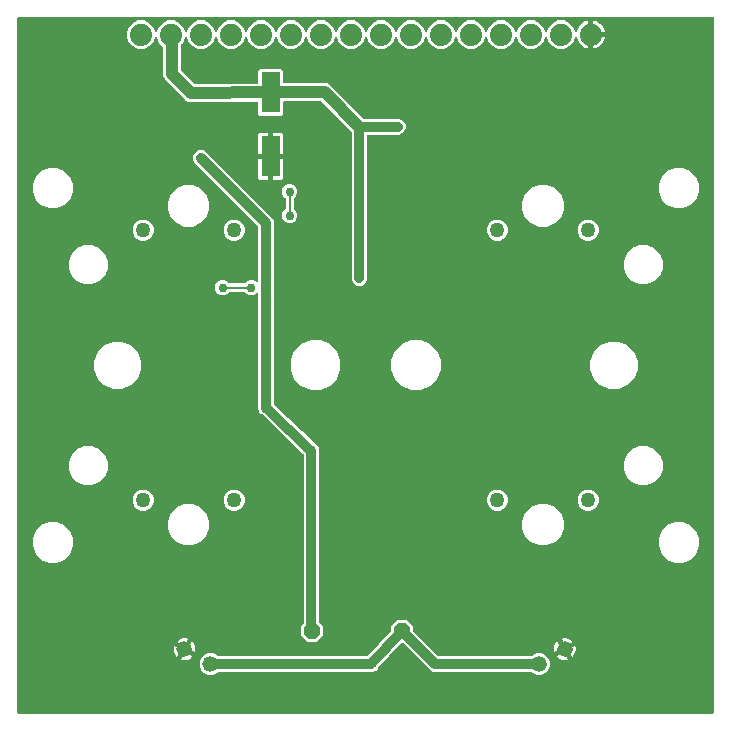
<source format=gbr>
G04 EAGLE Gerber X2 export*
%TF.Part,Single*%
%TF.FileFunction,Copper,L2,Bot,Mixed*%
%TF.FilePolarity,Positive*%
%TF.GenerationSoftware,Autodesk,EAGLE,9.0.0*%
%TF.CreationDate,2018-09-03T19:42:11Z*%
G75*
%MOMM*%
%FSLAX34Y34*%
%LPD*%
%AMOC8*
5,1,8,0,0,1.08239X$1,22.5*%
G01*
%ADD10C,1.270000*%
%ADD11C,1.879600*%
%ADD12R,1.600000X3.500000*%
%ADD13C,1.320800*%
%ADD14P,1.429621X8X22.500000*%
%ADD15C,0.756400*%
%ADD16C,0.203200*%
%ADD17C,0.812800*%
%ADD18C,1.016000*%
%ADD19C,0.508000*%

G36*
X593962Y5089D02*
X593962Y5089D01*
X594020Y5087D01*
X594102Y5109D01*
X594186Y5121D01*
X594239Y5144D01*
X594295Y5159D01*
X594368Y5202D01*
X594445Y5237D01*
X594490Y5275D01*
X594540Y5304D01*
X594598Y5366D01*
X594662Y5420D01*
X594694Y5469D01*
X594734Y5512D01*
X594773Y5587D01*
X594820Y5657D01*
X594837Y5713D01*
X594864Y5765D01*
X594875Y5833D01*
X594905Y5928D01*
X594908Y6028D01*
X594919Y6096D01*
X594919Y593904D01*
X594911Y593962D01*
X594913Y594020D01*
X594891Y594102D01*
X594879Y594186D01*
X594856Y594239D01*
X594841Y594295D01*
X594798Y594368D01*
X594763Y594445D01*
X594725Y594490D01*
X594696Y594540D01*
X594634Y594598D01*
X594580Y594662D01*
X594531Y594694D01*
X594488Y594734D01*
X594413Y594773D01*
X594343Y594820D01*
X594287Y594837D01*
X594235Y594864D01*
X594167Y594875D01*
X594072Y594905D01*
X593972Y594908D01*
X593904Y594919D01*
X6096Y594919D01*
X6038Y594911D01*
X5980Y594913D01*
X5898Y594891D01*
X5814Y594879D01*
X5761Y594856D01*
X5705Y594841D01*
X5632Y594798D01*
X5555Y594763D01*
X5510Y594725D01*
X5460Y594696D01*
X5402Y594634D01*
X5338Y594580D01*
X5306Y594531D01*
X5266Y594488D01*
X5227Y594413D01*
X5180Y594343D01*
X5163Y594287D01*
X5136Y594235D01*
X5125Y594167D01*
X5095Y594072D01*
X5092Y593972D01*
X5081Y593904D01*
X5081Y6096D01*
X5089Y6038D01*
X5087Y5980D01*
X5109Y5898D01*
X5121Y5814D01*
X5144Y5761D01*
X5159Y5705D01*
X5202Y5632D01*
X5237Y5555D01*
X5275Y5510D01*
X5304Y5460D01*
X5366Y5402D01*
X5420Y5338D01*
X5469Y5306D01*
X5512Y5266D01*
X5587Y5227D01*
X5657Y5180D01*
X5713Y5163D01*
X5765Y5136D01*
X5833Y5125D01*
X5928Y5095D01*
X6028Y5092D01*
X6096Y5081D01*
X593904Y5081D01*
X593962Y5089D01*
G37*
%LPC*%
G36*
X293326Y367283D02*
X293326Y367283D01*
X290899Y368289D01*
X289041Y370147D01*
X288035Y372574D01*
X288035Y497311D01*
X288023Y497397D01*
X288020Y497485D01*
X288003Y497538D01*
X287995Y497592D01*
X287960Y497672D01*
X287933Y497755D01*
X287905Y497795D01*
X287879Y497852D01*
X287783Y497965D01*
X287738Y498029D01*
X262749Y523018D01*
X262679Y523070D01*
X262615Y523130D01*
X262566Y523156D01*
X262522Y523189D01*
X262440Y523220D01*
X262362Y523260D01*
X262314Y523268D01*
X262256Y523290D01*
X262108Y523302D01*
X262031Y523315D01*
X231012Y523315D01*
X230954Y523307D01*
X230896Y523309D01*
X230814Y523287D01*
X230730Y523275D01*
X230677Y523252D01*
X230621Y523237D01*
X230548Y523194D01*
X230471Y523159D01*
X230426Y523121D01*
X230376Y523092D01*
X230318Y523030D01*
X230254Y522976D01*
X230222Y522927D01*
X230182Y522884D01*
X230143Y522809D01*
X230096Y522739D01*
X230079Y522683D01*
X230052Y522631D01*
X230041Y522563D01*
X230011Y522468D01*
X230008Y522368D01*
X229997Y522300D01*
X229997Y512384D01*
X228508Y510895D01*
X210404Y510895D01*
X208915Y512384D01*
X208915Y522199D01*
X208906Y522261D01*
X208908Y522324D01*
X208887Y522401D01*
X208875Y522481D01*
X208850Y522538D01*
X208833Y522599D01*
X208792Y522667D01*
X208759Y522740D01*
X208719Y522788D01*
X208686Y522842D01*
X208627Y522896D01*
X208576Y522957D01*
X208523Y522992D01*
X208477Y523034D01*
X208406Y523070D01*
X208339Y523115D01*
X208279Y523134D01*
X208223Y523162D01*
X208157Y523172D01*
X208068Y523200D01*
X207962Y523203D01*
X207891Y523214D01*
X154145Y522746D01*
X154119Y522742D01*
X154092Y522744D01*
X154035Y522731D01*
X152437Y522731D01*
X152432Y522731D01*
X152428Y522731D01*
X150916Y522718D01*
X149517Y523297D01*
X149513Y523299D01*
X149509Y523301D01*
X148108Y523867D01*
X147039Y524936D01*
X147035Y524939D01*
X147032Y524942D01*
X145912Y526043D01*
X145894Y526073D01*
X145851Y526113D01*
X145824Y526150D01*
X129683Y542291D01*
X128523Y545092D01*
X128523Y569072D01*
X128511Y569159D01*
X128508Y569246D01*
X128491Y569299D01*
X128483Y569354D01*
X128448Y569434D01*
X128421Y569517D01*
X128393Y569556D01*
X128367Y569613D01*
X128271Y569726D01*
X128226Y569790D01*
X124779Y573237D01*
X123138Y577199D01*
X123123Y577224D01*
X123114Y577252D01*
X123051Y577346D01*
X122993Y577443D01*
X122972Y577464D01*
X122956Y577488D01*
X122869Y577561D01*
X122787Y577639D01*
X122761Y577652D01*
X122738Y577671D01*
X122635Y577717D01*
X122534Y577769D01*
X122505Y577775D01*
X122478Y577786D01*
X122366Y577802D01*
X122255Y577824D01*
X122226Y577821D01*
X122197Y577825D01*
X122085Y577809D01*
X121972Y577799D01*
X121945Y577789D01*
X121916Y577785D01*
X121812Y577738D01*
X121707Y577697D01*
X121683Y577680D01*
X121656Y577668D01*
X121570Y577594D01*
X121480Y577526D01*
X121462Y577502D01*
X121440Y577483D01*
X121398Y577417D01*
X121310Y577298D01*
X121288Y577240D01*
X121262Y577199D01*
X119621Y573237D01*
X116263Y569879D01*
X111875Y568061D01*
X107125Y568061D01*
X102737Y569879D01*
X99379Y573237D01*
X97561Y577625D01*
X97561Y582375D01*
X99379Y586763D01*
X102737Y590121D01*
X107125Y591939D01*
X111875Y591939D01*
X116263Y590121D01*
X119621Y586763D01*
X121262Y582801D01*
X121277Y582776D01*
X121286Y582748D01*
X121349Y582654D01*
X121407Y582557D01*
X121428Y582536D01*
X121444Y582512D01*
X121531Y582439D01*
X121613Y582361D01*
X121639Y582348D01*
X121662Y582329D01*
X121765Y582283D01*
X121866Y582231D01*
X121895Y582225D01*
X121922Y582214D01*
X122034Y582198D01*
X122145Y582176D01*
X122174Y582179D01*
X122203Y582175D01*
X122315Y582191D01*
X122428Y582201D01*
X122455Y582211D01*
X122485Y582215D01*
X122588Y582262D01*
X122693Y582303D01*
X122717Y582320D01*
X122744Y582332D01*
X122830Y582406D01*
X122920Y582474D01*
X122938Y582498D01*
X122960Y582517D01*
X123002Y582583D01*
X123090Y582702D01*
X123112Y582760D01*
X123138Y582801D01*
X124779Y586763D01*
X128137Y590121D01*
X132525Y591939D01*
X137275Y591939D01*
X141663Y590121D01*
X145021Y586763D01*
X146662Y582801D01*
X146677Y582776D01*
X146686Y582748D01*
X146749Y582654D01*
X146807Y582557D01*
X146828Y582536D01*
X146844Y582512D01*
X146931Y582439D01*
X147013Y582361D01*
X147039Y582348D01*
X147062Y582329D01*
X147165Y582283D01*
X147266Y582231D01*
X147295Y582225D01*
X147322Y582214D01*
X147434Y582198D01*
X147545Y582176D01*
X147574Y582179D01*
X147603Y582175D01*
X147715Y582191D01*
X147828Y582201D01*
X147855Y582211D01*
X147885Y582215D01*
X147988Y582262D01*
X148093Y582303D01*
X148117Y582320D01*
X148144Y582332D01*
X148230Y582406D01*
X148320Y582474D01*
X148338Y582498D01*
X148360Y582517D01*
X148402Y582583D01*
X148490Y582702D01*
X148512Y582760D01*
X148538Y582801D01*
X150179Y586763D01*
X153537Y590121D01*
X157925Y591939D01*
X162675Y591939D01*
X167063Y590121D01*
X170421Y586763D01*
X172062Y582801D01*
X172077Y582776D01*
X172086Y582748D01*
X172149Y582654D01*
X172207Y582557D01*
X172228Y582536D01*
X172244Y582512D01*
X172331Y582439D01*
X172413Y582361D01*
X172439Y582348D01*
X172462Y582329D01*
X172565Y582283D01*
X172666Y582231D01*
X172695Y582225D01*
X172722Y582214D01*
X172834Y582198D01*
X172945Y582176D01*
X172974Y582179D01*
X173003Y582175D01*
X173115Y582191D01*
X173228Y582201D01*
X173255Y582211D01*
X173285Y582215D01*
X173388Y582262D01*
X173493Y582303D01*
X173517Y582320D01*
X173544Y582332D01*
X173630Y582406D01*
X173720Y582474D01*
X173738Y582498D01*
X173760Y582517D01*
X173802Y582583D01*
X173890Y582702D01*
X173912Y582760D01*
X173938Y582801D01*
X175579Y586763D01*
X178937Y590121D01*
X183325Y591939D01*
X188075Y591939D01*
X192463Y590121D01*
X195821Y586763D01*
X197462Y582801D01*
X197477Y582776D01*
X197486Y582748D01*
X197549Y582654D01*
X197607Y582557D01*
X197628Y582536D01*
X197644Y582512D01*
X197731Y582439D01*
X197813Y582361D01*
X197839Y582348D01*
X197862Y582329D01*
X197965Y582283D01*
X198066Y582231D01*
X198095Y582225D01*
X198122Y582214D01*
X198234Y582198D01*
X198345Y582176D01*
X198374Y582179D01*
X198403Y582175D01*
X198515Y582191D01*
X198628Y582201D01*
X198655Y582211D01*
X198685Y582215D01*
X198788Y582262D01*
X198893Y582303D01*
X198917Y582320D01*
X198944Y582332D01*
X199030Y582406D01*
X199120Y582474D01*
X199138Y582498D01*
X199160Y582517D01*
X199202Y582583D01*
X199290Y582702D01*
X199312Y582760D01*
X199338Y582801D01*
X200979Y586763D01*
X204337Y590121D01*
X208725Y591939D01*
X213475Y591939D01*
X217863Y590121D01*
X221221Y586763D01*
X222862Y582801D01*
X222877Y582776D01*
X222886Y582748D01*
X222949Y582654D01*
X223007Y582557D01*
X223028Y582536D01*
X223044Y582512D01*
X223131Y582439D01*
X223213Y582361D01*
X223239Y582348D01*
X223262Y582329D01*
X223365Y582283D01*
X223466Y582231D01*
X223495Y582225D01*
X223522Y582214D01*
X223634Y582198D01*
X223745Y582176D01*
X223774Y582179D01*
X223803Y582175D01*
X223915Y582191D01*
X224028Y582201D01*
X224055Y582211D01*
X224085Y582215D01*
X224188Y582262D01*
X224293Y582303D01*
X224317Y582320D01*
X224344Y582332D01*
X224430Y582406D01*
X224520Y582474D01*
X224538Y582498D01*
X224560Y582517D01*
X224602Y582583D01*
X224690Y582702D01*
X224712Y582760D01*
X224738Y582801D01*
X226379Y586763D01*
X229737Y590121D01*
X234125Y591939D01*
X238875Y591939D01*
X243263Y590121D01*
X246621Y586763D01*
X248262Y582801D01*
X248277Y582776D01*
X248286Y582748D01*
X248349Y582654D01*
X248407Y582557D01*
X248428Y582536D01*
X248444Y582512D01*
X248531Y582439D01*
X248613Y582361D01*
X248639Y582348D01*
X248662Y582329D01*
X248765Y582283D01*
X248866Y582231D01*
X248895Y582225D01*
X248922Y582214D01*
X249034Y582198D01*
X249145Y582176D01*
X249174Y582179D01*
X249203Y582175D01*
X249315Y582191D01*
X249428Y582201D01*
X249455Y582211D01*
X249485Y582215D01*
X249588Y582262D01*
X249693Y582303D01*
X249717Y582320D01*
X249744Y582332D01*
X249830Y582406D01*
X249920Y582474D01*
X249938Y582498D01*
X249960Y582517D01*
X250002Y582583D01*
X250090Y582702D01*
X250112Y582760D01*
X250138Y582801D01*
X251779Y586763D01*
X255137Y590121D01*
X259525Y591939D01*
X264275Y591939D01*
X268663Y590121D01*
X272021Y586763D01*
X273662Y582801D01*
X273677Y582776D01*
X273686Y582748D01*
X273749Y582654D01*
X273807Y582557D01*
X273828Y582536D01*
X273844Y582512D01*
X273931Y582439D01*
X274013Y582361D01*
X274039Y582348D01*
X274062Y582329D01*
X274165Y582283D01*
X274266Y582231D01*
X274295Y582225D01*
X274322Y582214D01*
X274434Y582198D01*
X274545Y582176D01*
X274574Y582179D01*
X274603Y582175D01*
X274715Y582191D01*
X274828Y582201D01*
X274855Y582211D01*
X274885Y582215D01*
X274988Y582262D01*
X275093Y582303D01*
X275117Y582320D01*
X275144Y582332D01*
X275230Y582406D01*
X275320Y582474D01*
X275338Y582498D01*
X275360Y582517D01*
X275402Y582583D01*
X275490Y582702D01*
X275512Y582760D01*
X275538Y582801D01*
X277179Y586763D01*
X280537Y590121D01*
X284925Y591939D01*
X289675Y591939D01*
X294063Y590121D01*
X297421Y586763D01*
X299062Y582801D01*
X299077Y582776D01*
X299086Y582748D01*
X299149Y582654D01*
X299207Y582557D01*
X299228Y582536D01*
X299244Y582512D01*
X299331Y582439D01*
X299413Y582361D01*
X299439Y582348D01*
X299462Y582329D01*
X299565Y582283D01*
X299666Y582231D01*
X299695Y582225D01*
X299722Y582214D01*
X299834Y582198D01*
X299945Y582176D01*
X299974Y582179D01*
X300003Y582175D01*
X300115Y582191D01*
X300228Y582201D01*
X300255Y582211D01*
X300285Y582215D01*
X300388Y582262D01*
X300493Y582303D01*
X300517Y582320D01*
X300544Y582332D01*
X300630Y582406D01*
X300720Y582474D01*
X300738Y582498D01*
X300760Y582517D01*
X300802Y582583D01*
X300890Y582702D01*
X300912Y582760D01*
X300938Y582801D01*
X302579Y586763D01*
X305937Y590121D01*
X310325Y591939D01*
X315075Y591939D01*
X319463Y590121D01*
X322821Y586763D01*
X324462Y582801D01*
X324477Y582776D01*
X324486Y582748D01*
X324549Y582654D01*
X324607Y582557D01*
X324628Y582536D01*
X324644Y582512D01*
X324731Y582439D01*
X324813Y582361D01*
X324839Y582348D01*
X324862Y582329D01*
X324965Y582283D01*
X325066Y582231D01*
X325095Y582225D01*
X325122Y582214D01*
X325234Y582198D01*
X325345Y582176D01*
X325374Y582179D01*
X325403Y582175D01*
X325515Y582191D01*
X325628Y582201D01*
X325655Y582211D01*
X325685Y582215D01*
X325788Y582262D01*
X325893Y582303D01*
X325917Y582320D01*
X325944Y582332D01*
X326030Y582406D01*
X326120Y582474D01*
X326138Y582498D01*
X326160Y582517D01*
X326202Y582583D01*
X326290Y582702D01*
X326312Y582760D01*
X326338Y582801D01*
X327979Y586763D01*
X331337Y590121D01*
X335725Y591939D01*
X340475Y591939D01*
X344863Y590121D01*
X348221Y586763D01*
X349862Y582801D01*
X349877Y582776D01*
X349886Y582748D01*
X349949Y582654D01*
X350007Y582557D01*
X350028Y582536D01*
X350044Y582512D01*
X350131Y582439D01*
X350213Y582361D01*
X350239Y582348D01*
X350262Y582329D01*
X350365Y582283D01*
X350466Y582231D01*
X350495Y582225D01*
X350522Y582214D01*
X350634Y582198D01*
X350745Y582176D01*
X350774Y582179D01*
X350803Y582175D01*
X350915Y582191D01*
X351028Y582201D01*
X351055Y582211D01*
X351085Y582215D01*
X351188Y582262D01*
X351293Y582303D01*
X351317Y582320D01*
X351344Y582332D01*
X351430Y582406D01*
X351520Y582474D01*
X351538Y582498D01*
X351560Y582517D01*
X351602Y582583D01*
X351690Y582702D01*
X351712Y582760D01*
X351738Y582801D01*
X353379Y586763D01*
X356737Y590121D01*
X361125Y591939D01*
X365875Y591939D01*
X370263Y590121D01*
X373621Y586763D01*
X375262Y582801D01*
X375277Y582776D01*
X375286Y582748D01*
X375349Y582654D01*
X375407Y582557D01*
X375428Y582536D01*
X375444Y582512D01*
X375531Y582439D01*
X375613Y582361D01*
X375639Y582348D01*
X375662Y582329D01*
X375765Y582283D01*
X375866Y582231D01*
X375895Y582225D01*
X375922Y582214D01*
X376034Y582198D01*
X376145Y582176D01*
X376174Y582179D01*
X376203Y582175D01*
X376315Y582191D01*
X376428Y582201D01*
X376455Y582211D01*
X376484Y582215D01*
X376588Y582262D01*
X376693Y582303D01*
X376717Y582320D01*
X376744Y582332D01*
X376830Y582406D01*
X376920Y582474D01*
X376938Y582498D01*
X376960Y582517D01*
X377002Y582583D01*
X377090Y582702D01*
X377112Y582760D01*
X377138Y582801D01*
X378779Y586763D01*
X382137Y590121D01*
X386525Y591939D01*
X391275Y591939D01*
X395663Y590121D01*
X399021Y586763D01*
X400662Y582801D01*
X400677Y582776D01*
X400686Y582748D01*
X400749Y582654D01*
X400807Y582557D01*
X400828Y582536D01*
X400844Y582512D01*
X400931Y582439D01*
X401013Y582361D01*
X401039Y582348D01*
X401062Y582329D01*
X401165Y582283D01*
X401266Y582231D01*
X401295Y582226D01*
X401322Y582214D01*
X401434Y582198D01*
X401545Y582176D01*
X401574Y582179D01*
X401603Y582175D01*
X401715Y582191D01*
X401828Y582201D01*
X401855Y582211D01*
X401885Y582215D01*
X401988Y582262D01*
X402093Y582303D01*
X402117Y582320D01*
X402144Y582332D01*
X402230Y582406D01*
X402320Y582474D01*
X402338Y582498D01*
X402360Y582517D01*
X402402Y582583D01*
X402490Y582702D01*
X402512Y582761D01*
X402538Y582801D01*
X404179Y586763D01*
X407537Y590121D01*
X411925Y591939D01*
X416675Y591939D01*
X421063Y590121D01*
X424421Y586763D01*
X426062Y582801D01*
X426077Y582776D01*
X426086Y582748D01*
X426149Y582654D01*
X426207Y582557D01*
X426228Y582536D01*
X426244Y582512D01*
X426331Y582439D01*
X426413Y582361D01*
X426439Y582348D01*
X426462Y582329D01*
X426565Y582283D01*
X426666Y582231D01*
X426695Y582226D01*
X426722Y582214D01*
X426834Y582198D01*
X426945Y582176D01*
X426974Y582179D01*
X427003Y582175D01*
X427115Y582191D01*
X427228Y582201D01*
X427255Y582211D01*
X427285Y582215D01*
X427388Y582262D01*
X427493Y582303D01*
X427517Y582320D01*
X427544Y582332D01*
X427630Y582406D01*
X427720Y582474D01*
X427738Y582498D01*
X427760Y582517D01*
X427802Y582583D01*
X427890Y582702D01*
X427912Y582761D01*
X427938Y582801D01*
X429579Y586763D01*
X432937Y590121D01*
X437325Y591939D01*
X442075Y591939D01*
X446463Y590121D01*
X449821Y586763D01*
X451462Y582801D01*
X451477Y582776D01*
X451486Y582748D01*
X451549Y582654D01*
X451607Y582557D01*
X451628Y582536D01*
X451644Y582512D01*
X451731Y582439D01*
X451813Y582361D01*
X451839Y582348D01*
X451862Y582329D01*
X451965Y582283D01*
X452066Y582231D01*
X452095Y582226D01*
X452122Y582214D01*
X452234Y582198D01*
X452345Y582176D01*
X452374Y582179D01*
X452403Y582175D01*
X452515Y582191D01*
X452628Y582201D01*
X452655Y582211D01*
X452685Y582215D01*
X452788Y582262D01*
X452893Y582303D01*
X452917Y582320D01*
X452944Y582332D01*
X453030Y582406D01*
X453120Y582474D01*
X453138Y582498D01*
X453160Y582517D01*
X453202Y582583D01*
X453290Y582702D01*
X453312Y582761D01*
X453338Y582801D01*
X454979Y586763D01*
X458337Y590121D01*
X462725Y591939D01*
X467475Y591939D01*
X471863Y590121D01*
X475221Y586763D01*
X476927Y582645D01*
X476945Y582614D01*
X476956Y582580D01*
X476976Y582552D01*
X476988Y582521D01*
X477033Y582465D01*
X477071Y582400D01*
X477097Y582375D01*
X477117Y582346D01*
X477144Y582324D01*
X477165Y582298D01*
X477223Y582257D01*
X477278Y582205D01*
X477310Y582188D01*
X477337Y582166D01*
X477369Y582152D01*
X477396Y582133D01*
X477463Y582109D01*
X477531Y582074D01*
X477566Y582068D01*
X477598Y582054D01*
X477633Y582049D01*
X477664Y582038D01*
X477735Y582034D01*
X477810Y582019D01*
X477845Y582022D01*
X477880Y582018D01*
X477915Y582023D01*
X477948Y582022D01*
X478018Y582037D01*
X478093Y582044D01*
X478126Y582057D01*
X478161Y582062D01*
X478193Y582077D01*
X478225Y582084D01*
X478288Y582119D01*
X478358Y582146D01*
X478387Y582167D01*
X478419Y582182D01*
X478445Y582205D01*
X478474Y582221D01*
X478525Y582272D01*
X478585Y582317D01*
X478606Y582346D01*
X478633Y582369D01*
X478652Y582398D01*
X478675Y582422D01*
X478704Y582476D01*
X478755Y582545D01*
X478768Y582578D01*
X478787Y582608D01*
X478803Y582667D01*
X478831Y582720D01*
X479436Y584583D01*
X480289Y586257D01*
X481394Y587778D01*
X482722Y589106D01*
X484243Y590211D01*
X485917Y591064D01*
X487704Y591645D01*
X488469Y591766D01*
X488469Y581016D01*
X488477Y580958D01*
X488475Y580900D01*
X488497Y580818D01*
X488509Y580735D01*
X488533Y580681D01*
X488547Y580625D01*
X488590Y580552D01*
X488625Y580475D01*
X488663Y580431D01*
X488693Y580380D01*
X488754Y580323D01*
X488809Y580258D01*
X488857Y580226D01*
X488900Y580186D01*
X488975Y580147D01*
X489045Y580101D01*
X489101Y580083D01*
X489153Y580056D01*
X489221Y580045D01*
X489316Y580015D01*
X489416Y580012D01*
X489484Y580001D01*
X490501Y580001D01*
X490501Y579999D01*
X489484Y579999D01*
X489426Y579991D01*
X489368Y579992D01*
X489286Y579971D01*
X489203Y579959D01*
X489149Y579935D01*
X489093Y579921D01*
X489020Y579878D01*
X488943Y579843D01*
X488898Y579805D01*
X488848Y579775D01*
X488790Y579714D01*
X488726Y579659D01*
X488694Y579611D01*
X488654Y579568D01*
X488615Y579493D01*
X488569Y579423D01*
X488551Y579367D01*
X488524Y579315D01*
X488513Y579247D01*
X488483Y579152D01*
X488480Y579052D01*
X488469Y578984D01*
X488469Y568234D01*
X487704Y568355D01*
X485917Y568936D01*
X484243Y569789D01*
X482722Y570894D01*
X481394Y572222D01*
X480289Y573743D01*
X479436Y575417D01*
X478831Y577280D01*
X478816Y577311D01*
X478808Y577344D01*
X478790Y577375D01*
X478779Y577409D01*
X478738Y577470D01*
X478706Y577536D01*
X478683Y577560D01*
X478666Y577591D01*
X478641Y577615D01*
X478621Y577645D01*
X478563Y577693D01*
X478515Y577747D01*
X478487Y577764D01*
X478462Y577788D01*
X478430Y577805D01*
X478403Y577828D01*
X478334Y577858D01*
X478273Y577896D01*
X478242Y577905D01*
X478211Y577922D01*
X478176Y577929D01*
X478143Y577943D01*
X478068Y577954D01*
X477999Y577973D01*
X477967Y577973D01*
X477932Y577980D01*
X477897Y577977D01*
X477862Y577982D01*
X477787Y577971D01*
X477715Y577971D01*
X477684Y577961D01*
X477649Y577959D01*
X477616Y577947D01*
X477580Y577941D01*
X477511Y577910D01*
X477443Y577890D01*
X477415Y577872D01*
X477382Y577860D01*
X477354Y577839D01*
X477321Y577824D01*
X477264Y577775D01*
X477203Y577737D01*
X477182Y577712D01*
X477154Y577691D01*
X477132Y577663D01*
X477105Y577640D01*
X477071Y577586D01*
X477016Y577523D01*
X477002Y577493D01*
X476981Y577466D01*
X476955Y577400D01*
X476927Y577355D01*
X475221Y573237D01*
X471863Y569879D01*
X467475Y568061D01*
X462725Y568061D01*
X458337Y569879D01*
X454979Y573237D01*
X453338Y577199D01*
X453323Y577224D01*
X453314Y577252D01*
X453251Y577346D01*
X453193Y577443D01*
X453172Y577464D01*
X453156Y577488D01*
X453069Y577561D01*
X452987Y577639D01*
X452961Y577652D01*
X452938Y577671D01*
X452835Y577717D01*
X452734Y577769D01*
X452705Y577775D01*
X452678Y577786D01*
X452566Y577802D01*
X452455Y577824D01*
X452426Y577821D01*
X452397Y577825D01*
X452285Y577809D01*
X452172Y577799D01*
X452145Y577789D01*
X452116Y577785D01*
X452012Y577738D01*
X451907Y577697D01*
X451883Y577680D01*
X451856Y577668D01*
X451770Y577594D01*
X451680Y577526D01*
X451662Y577502D01*
X451640Y577483D01*
X451598Y577417D01*
X451510Y577298D01*
X451488Y577240D01*
X451462Y577199D01*
X449821Y573237D01*
X446463Y569879D01*
X442075Y568061D01*
X437325Y568061D01*
X432937Y569879D01*
X429579Y573237D01*
X427938Y577199D01*
X427923Y577224D01*
X427914Y577252D01*
X427851Y577346D01*
X427793Y577443D01*
X427772Y577464D01*
X427756Y577488D01*
X427669Y577561D01*
X427587Y577639D01*
X427561Y577652D01*
X427538Y577671D01*
X427435Y577717D01*
X427334Y577769D01*
X427305Y577775D01*
X427278Y577786D01*
X427166Y577802D01*
X427055Y577824D01*
X427026Y577821D01*
X426997Y577825D01*
X426885Y577809D01*
X426772Y577799D01*
X426745Y577789D01*
X426716Y577785D01*
X426612Y577738D01*
X426507Y577697D01*
X426483Y577680D01*
X426456Y577668D01*
X426370Y577594D01*
X426280Y577526D01*
X426262Y577502D01*
X426240Y577483D01*
X426198Y577417D01*
X426110Y577298D01*
X426088Y577240D01*
X426062Y577199D01*
X424421Y573237D01*
X421063Y569879D01*
X416675Y568061D01*
X411925Y568061D01*
X407537Y569879D01*
X404179Y573237D01*
X402538Y577199D01*
X402523Y577224D01*
X402514Y577252D01*
X402451Y577346D01*
X402393Y577443D01*
X402372Y577464D01*
X402356Y577488D01*
X402269Y577561D01*
X402187Y577639D01*
X402161Y577652D01*
X402138Y577671D01*
X402035Y577717D01*
X401934Y577769D01*
X401905Y577775D01*
X401878Y577786D01*
X401766Y577802D01*
X401655Y577824D01*
X401626Y577821D01*
X401597Y577825D01*
X401485Y577809D01*
X401372Y577799D01*
X401345Y577789D01*
X401316Y577785D01*
X401212Y577738D01*
X401107Y577697D01*
X401083Y577680D01*
X401056Y577668D01*
X400970Y577594D01*
X400880Y577526D01*
X400862Y577502D01*
X400840Y577483D01*
X400798Y577417D01*
X400710Y577298D01*
X400688Y577240D01*
X400662Y577199D01*
X399021Y573237D01*
X395663Y569879D01*
X391275Y568061D01*
X386525Y568061D01*
X382137Y569879D01*
X378779Y573237D01*
X377138Y577199D01*
X377123Y577224D01*
X377114Y577252D01*
X377051Y577346D01*
X376993Y577443D01*
X376972Y577464D01*
X376956Y577488D01*
X376869Y577561D01*
X376787Y577639D01*
X376761Y577652D01*
X376738Y577671D01*
X376635Y577717D01*
X376534Y577769D01*
X376505Y577775D01*
X376478Y577786D01*
X376366Y577802D01*
X376255Y577824D01*
X376226Y577821D01*
X376197Y577825D01*
X376085Y577809D01*
X375972Y577799D01*
X375945Y577789D01*
X375915Y577785D01*
X375812Y577738D01*
X375707Y577697D01*
X375683Y577680D01*
X375656Y577668D01*
X375570Y577594D01*
X375480Y577526D01*
X375462Y577502D01*
X375440Y577483D01*
X375398Y577417D01*
X375310Y577298D01*
X375288Y577240D01*
X375262Y577199D01*
X373621Y573237D01*
X370263Y569879D01*
X365875Y568061D01*
X361125Y568061D01*
X356737Y569879D01*
X353379Y573237D01*
X351738Y577199D01*
X351723Y577224D01*
X351714Y577252D01*
X351651Y577346D01*
X351593Y577443D01*
X351572Y577464D01*
X351556Y577488D01*
X351469Y577561D01*
X351387Y577639D01*
X351361Y577652D01*
X351338Y577671D01*
X351235Y577717D01*
X351134Y577769D01*
X351105Y577775D01*
X351078Y577786D01*
X350966Y577802D01*
X350855Y577824D01*
X350826Y577821D01*
X350797Y577825D01*
X350685Y577809D01*
X350572Y577799D01*
X350545Y577789D01*
X350516Y577785D01*
X350412Y577738D01*
X350307Y577697D01*
X350283Y577680D01*
X350256Y577668D01*
X350170Y577594D01*
X350080Y577526D01*
X350062Y577502D01*
X350040Y577483D01*
X349998Y577417D01*
X349910Y577298D01*
X349888Y577240D01*
X349862Y577199D01*
X348221Y573237D01*
X344863Y569879D01*
X340475Y568061D01*
X335725Y568061D01*
X331337Y569879D01*
X327979Y573237D01*
X326338Y577199D01*
X326323Y577224D01*
X326314Y577252D01*
X326251Y577346D01*
X326193Y577443D01*
X326172Y577464D01*
X326156Y577488D01*
X326069Y577561D01*
X325987Y577639D01*
X325961Y577652D01*
X325938Y577671D01*
X325835Y577717D01*
X325734Y577769D01*
X325705Y577775D01*
X325678Y577786D01*
X325566Y577802D01*
X325455Y577824D01*
X325426Y577821D01*
X325397Y577825D01*
X325285Y577809D01*
X325172Y577799D01*
X325145Y577789D01*
X325116Y577785D01*
X325012Y577738D01*
X324907Y577697D01*
X324883Y577680D01*
X324856Y577668D01*
X324770Y577594D01*
X324680Y577526D01*
X324662Y577502D01*
X324640Y577483D01*
X324598Y577417D01*
X324510Y577298D01*
X324488Y577240D01*
X324462Y577199D01*
X322821Y573237D01*
X319463Y569879D01*
X315075Y568061D01*
X310325Y568061D01*
X305937Y569879D01*
X302579Y573237D01*
X300938Y577199D01*
X300923Y577224D01*
X300914Y577252D01*
X300851Y577346D01*
X300793Y577443D01*
X300772Y577464D01*
X300756Y577488D01*
X300669Y577561D01*
X300587Y577639D01*
X300561Y577652D01*
X300538Y577671D01*
X300435Y577717D01*
X300334Y577769D01*
X300305Y577775D01*
X300278Y577786D01*
X300166Y577802D01*
X300055Y577824D01*
X300026Y577821D01*
X299997Y577825D01*
X299885Y577809D01*
X299772Y577799D01*
X299745Y577789D01*
X299716Y577785D01*
X299612Y577738D01*
X299507Y577697D01*
X299483Y577680D01*
X299456Y577668D01*
X299370Y577594D01*
X299280Y577526D01*
X299262Y577502D01*
X299240Y577483D01*
X299198Y577417D01*
X299110Y577298D01*
X299088Y577240D01*
X299062Y577199D01*
X297421Y573237D01*
X294063Y569879D01*
X289675Y568061D01*
X284925Y568061D01*
X280537Y569879D01*
X277179Y573237D01*
X275538Y577199D01*
X275523Y577224D01*
X275514Y577252D01*
X275451Y577346D01*
X275393Y577443D01*
X275372Y577464D01*
X275356Y577488D01*
X275269Y577561D01*
X275187Y577639D01*
X275161Y577652D01*
X275138Y577671D01*
X275035Y577717D01*
X274934Y577769D01*
X274905Y577775D01*
X274878Y577786D01*
X274766Y577802D01*
X274655Y577824D01*
X274626Y577821D01*
X274597Y577825D01*
X274485Y577809D01*
X274372Y577799D01*
X274345Y577789D01*
X274316Y577785D01*
X274212Y577738D01*
X274107Y577697D01*
X274083Y577680D01*
X274056Y577668D01*
X273970Y577594D01*
X273880Y577526D01*
X273862Y577502D01*
X273840Y577483D01*
X273798Y577417D01*
X273710Y577298D01*
X273688Y577240D01*
X273662Y577199D01*
X272021Y573237D01*
X268663Y569879D01*
X264275Y568061D01*
X259525Y568061D01*
X255137Y569879D01*
X251779Y573237D01*
X250138Y577199D01*
X250123Y577224D01*
X250114Y577252D01*
X250051Y577346D01*
X249993Y577443D01*
X249972Y577464D01*
X249956Y577488D01*
X249869Y577561D01*
X249787Y577639D01*
X249761Y577652D01*
X249738Y577671D01*
X249635Y577717D01*
X249534Y577769D01*
X249505Y577775D01*
X249478Y577786D01*
X249366Y577802D01*
X249255Y577824D01*
X249226Y577821D01*
X249197Y577825D01*
X249085Y577809D01*
X248972Y577799D01*
X248945Y577789D01*
X248916Y577785D01*
X248812Y577738D01*
X248707Y577697D01*
X248683Y577680D01*
X248656Y577668D01*
X248570Y577594D01*
X248480Y577526D01*
X248462Y577502D01*
X248440Y577483D01*
X248398Y577417D01*
X248310Y577298D01*
X248288Y577240D01*
X248262Y577199D01*
X246621Y573237D01*
X243263Y569879D01*
X238875Y568061D01*
X234125Y568061D01*
X229737Y569879D01*
X226379Y573237D01*
X224738Y577199D01*
X224723Y577224D01*
X224714Y577252D01*
X224651Y577346D01*
X224593Y577443D01*
X224572Y577464D01*
X224556Y577488D01*
X224469Y577561D01*
X224387Y577639D01*
X224361Y577652D01*
X224338Y577671D01*
X224235Y577717D01*
X224134Y577769D01*
X224105Y577775D01*
X224078Y577786D01*
X223966Y577802D01*
X223855Y577824D01*
X223826Y577821D01*
X223797Y577825D01*
X223685Y577809D01*
X223572Y577799D01*
X223545Y577789D01*
X223516Y577785D01*
X223412Y577738D01*
X223307Y577697D01*
X223283Y577680D01*
X223256Y577668D01*
X223170Y577594D01*
X223080Y577526D01*
X223062Y577502D01*
X223040Y577483D01*
X222998Y577417D01*
X222910Y577298D01*
X222888Y577240D01*
X222862Y577199D01*
X221221Y573237D01*
X217863Y569879D01*
X213475Y568061D01*
X208725Y568061D01*
X204337Y569879D01*
X200979Y573237D01*
X199338Y577199D01*
X199323Y577224D01*
X199314Y577252D01*
X199251Y577346D01*
X199193Y577443D01*
X199172Y577464D01*
X199156Y577488D01*
X199069Y577561D01*
X198987Y577639D01*
X198961Y577652D01*
X198938Y577671D01*
X198835Y577717D01*
X198734Y577769D01*
X198705Y577775D01*
X198678Y577786D01*
X198566Y577802D01*
X198455Y577824D01*
X198426Y577821D01*
X198397Y577825D01*
X198285Y577809D01*
X198172Y577799D01*
X198145Y577789D01*
X198116Y577785D01*
X198012Y577738D01*
X197907Y577697D01*
X197883Y577680D01*
X197856Y577668D01*
X197770Y577594D01*
X197680Y577526D01*
X197662Y577502D01*
X197640Y577483D01*
X197598Y577417D01*
X197510Y577298D01*
X197488Y577240D01*
X197462Y577199D01*
X195821Y573237D01*
X192463Y569879D01*
X188075Y568061D01*
X183325Y568061D01*
X178937Y569879D01*
X175579Y573237D01*
X173938Y577199D01*
X173923Y577224D01*
X173914Y577252D01*
X173851Y577346D01*
X173793Y577443D01*
X173772Y577464D01*
X173756Y577488D01*
X173669Y577561D01*
X173587Y577639D01*
X173561Y577652D01*
X173538Y577671D01*
X173435Y577717D01*
X173334Y577769D01*
X173305Y577775D01*
X173278Y577786D01*
X173166Y577802D01*
X173055Y577824D01*
X173026Y577821D01*
X172997Y577825D01*
X172885Y577809D01*
X172772Y577799D01*
X172745Y577789D01*
X172716Y577785D01*
X172612Y577738D01*
X172507Y577697D01*
X172483Y577680D01*
X172456Y577668D01*
X172370Y577594D01*
X172280Y577526D01*
X172262Y577502D01*
X172240Y577483D01*
X172198Y577417D01*
X172110Y577298D01*
X172088Y577240D01*
X172062Y577199D01*
X170421Y573237D01*
X167063Y569879D01*
X162675Y568061D01*
X157925Y568061D01*
X153537Y569879D01*
X150179Y573237D01*
X148538Y577199D01*
X148523Y577224D01*
X148514Y577252D01*
X148451Y577346D01*
X148393Y577443D01*
X148372Y577464D01*
X148356Y577488D01*
X148269Y577561D01*
X148187Y577639D01*
X148161Y577652D01*
X148138Y577671D01*
X148035Y577717D01*
X147934Y577769D01*
X147905Y577775D01*
X147878Y577786D01*
X147766Y577802D01*
X147655Y577824D01*
X147626Y577821D01*
X147597Y577825D01*
X147485Y577809D01*
X147372Y577799D01*
X147345Y577789D01*
X147316Y577785D01*
X147212Y577738D01*
X147107Y577697D01*
X147083Y577680D01*
X147056Y577668D01*
X146970Y577594D01*
X146880Y577526D01*
X146862Y577502D01*
X146840Y577483D01*
X146798Y577417D01*
X146710Y577298D01*
X146688Y577240D01*
X146662Y577199D01*
X145021Y573237D01*
X144062Y572278D01*
X144054Y572267D01*
X144052Y572266D01*
X144046Y572257D01*
X144010Y572208D01*
X143950Y572144D01*
X143924Y572095D01*
X143891Y572051D01*
X143860Y571969D01*
X143820Y571891D01*
X143812Y571844D01*
X143790Y571785D01*
X143778Y571638D01*
X143765Y571560D01*
X143765Y550185D01*
X143777Y550099D01*
X143780Y550011D01*
X143797Y549958D01*
X143805Y549904D01*
X143840Y549824D01*
X143867Y549741D01*
X143895Y549701D01*
X143921Y549644D01*
X144017Y549531D01*
X144062Y549467D01*
X155228Y538301D01*
X155302Y538246D01*
X155369Y538184D01*
X155414Y538161D01*
X155455Y538130D01*
X155541Y538098D01*
X155623Y538057D01*
X155667Y538050D01*
X155721Y538029D01*
X155878Y538016D01*
X155955Y538004D01*
X207909Y538456D01*
X207962Y538464D01*
X208016Y538463D01*
X208102Y538485D01*
X208190Y538499D01*
X208239Y538521D01*
X208291Y538535D01*
X208368Y538580D01*
X208448Y538617D01*
X208489Y538653D01*
X208536Y538680D01*
X208597Y538745D01*
X208664Y538803D01*
X208693Y538848D01*
X208730Y538887D01*
X208771Y538966D01*
X208819Y539041D01*
X208835Y539092D01*
X208860Y539141D01*
X208872Y539211D01*
X208903Y539313D01*
X208904Y539406D01*
X208915Y539472D01*
X208915Y549488D01*
X210404Y550977D01*
X228508Y550977D01*
X229997Y549488D01*
X229997Y539572D01*
X230005Y539514D01*
X230003Y539456D01*
X230025Y539374D01*
X230037Y539290D01*
X230060Y539237D01*
X230075Y539181D01*
X230118Y539108D01*
X230153Y539031D01*
X230191Y538986D01*
X230220Y538936D01*
X230282Y538878D01*
X230336Y538814D01*
X230385Y538782D01*
X230428Y538742D01*
X230503Y538703D01*
X230573Y538656D01*
X230629Y538639D01*
X230681Y538612D01*
X230749Y538601D01*
X230844Y538571D01*
X230944Y538568D01*
X231012Y538557D01*
X267124Y538557D01*
X269925Y537397D01*
X298515Y508806D01*
X298585Y508754D01*
X298649Y508694D01*
X298698Y508668D01*
X298742Y508635D01*
X298824Y508604D01*
X298902Y508564D01*
X298950Y508556D01*
X299008Y508534D01*
X299156Y508522D01*
X299233Y508509D01*
X328466Y508509D01*
X330893Y507503D01*
X332751Y505645D01*
X333757Y503218D01*
X333757Y500590D01*
X332751Y498163D01*
X330893Y496305D01*
X328466Y495299D01*
X302260Y495299D01*
X302202Y495291D01*
X302144Y495293D01*
X302062Y495271D01*
X301978Y495259D01*
X301925Y495236D01*
X301869Y495221D01*
X301796Y495178D01*
X301719Y495143D01*
X301674Y495105D01*
X301624Y495076D01*
X301566Y495014D01*
X301502Y494960D01*
X301470Y494911D01*
X301430Y494868D01*
X301391Y494793D01*
X301344Y494723D01*
X301327Y494667D01*
X301300Y494615D01*
X301289Y494547D01*
X301259Y494452D01*
X301256Y494352D01*
X301245Y494284D01*
X301245Y372574D01*
X300239Y370147D01*
X298381Y368289D01*
X295954Y367283D01*
X293326Y367283D01*
G37*
%LPD*%
%LPC*%
G36*
X250720Y66039D02*
X250720Y66039D01*
X245363Y71396D01*
X245363Y78972D01*
X247098Y80707D01*
X247150Y80776D01*
X247210Y80840D01*
X247236Y80890D01*
X247269Y80934D01*
X247300Y81015D01*
X247340Y81093D01*
X247348Y81141D01*
X247370Y81199D01*
X247382Y81347D01*
X247395Y81424D01*
X247395Y224306D01*
X247381Y224406D01*
X247375Y224507D01*
X247361Y224547D01*
X247355Y224588D01*
X247314Y224680D01*
X247280Y224775D01*
X247258Y224805D01*
X247239Y224847D01*
X247120Y224988D01*
X247078Y225043D01*
X211872Y258396D01*
X211859Y258406D01*
X211847Y258419D01*
X211787Y258457D01*
X211674Y258537D01*
X210794Y259417D01*
X210782Y259426D01*
X210775Y259436D01*
X209857Y260305D01*
X209806Y260388D01*
X209329Y261537D01*
X209322Y261550D01*
X209319Y261562D01*
X208803Y262717D01*
X208787Y262812D01*
X208787Y264057D01*
X208785Y264072D01*
X208787Y264084D01*
X208753Y265348D01*
X208784Y265483D01*
X208781Y265531D01*
X208787Y265569D01*
X208787Y359955D01*
X208783Y359984D01*
X208786Y360013D01*
X208763Y360124D01*
X208747Y360236D01*
X208735Y360263D01*
X208730Y360292D01*
X208678Y360392D01*
X208631Y360495D01*
X208612Y360518D01*
X208599Y360544D01*
X208521Y360626D01*
X208448Y360712D01*
X208423Y360729D01*
X208403Y360750D01*
X208305Y360807D01*
X208211Y360870D01*
X208183Y360879D01*
X208158Y360894D01*
X208048Y360922D01*
X207940Y360956D01*
X207911Y360957D01*
X207882Y360964D01*
X207769Y360960D01*
X207656Y360963D01*
X207627Y360956D01*
X207598Y360955D01*
X207490Y360920D01*
X207381Y360891D01*
X207355Y360876D01*
X207327Y360867D01*
X207263Y360822D01*
X207136Y360746D01*
X207093Y360700D01*
X207054Y360672D01*
X206782Y360400D01*
X204458Y359437D01*
X201942Y359437D01*
X199618Y360400D01*
X198112Y361906D01*
X198043Y361958D01*
X197979Y362018D01*
X197929Y362044D01*
X197885Y362077D01*
X197803Y362108D01*
X197726Y362148D01*
X197678Y362156D01*
X197620Y362178D01*
X197472Y362190D01*
X197394Y362203D01*
X184622Y362203D01*
X184535Y362191D01*
X184447Y362188D01*
X184395Y362171D01*
X184340Y362163D01*
X184260Y362128D01*
X184177Y362101D01*
X184138Y362073D01*
X184081Y362047D01*
X183967Y361951D01*
X183904Y361906D01*
X182398Y360400D01*
X180074Y359437D01*
X177558Y359437D01*
X175234Y360400D01*
X173456Y362178D01*
X172493Y364502D01*
X172493Y367018D01*
X173456Y369342D01*
X175234Y371120D01*
X177558Y372083D01*
X180074Y372083D01*
X182398Y371120D01*
X183904Y369614D01*
X183973Y369562D01*
X184037Y369502D01*
X184087Y369476D01*
X184131Y369443D01*
X184213Y369412D01*
X184290Y369372D01*
X184338Y369364D01*
X184396Y369342D01*
X184544Y369330D01*
X184622Y369317D01*
X197394Y369317D01*
X197481Y369329D01*
X197569Y369332D01*
X197621Y369349D01*
X197676Y369357D01*
X197756Y369392D01*
X197839Y369419D01*
X197878Y369447D01*
X197935Y369473D01*
X198049Y369569D01*
X198112Y369614D01*
X199618Y371120D01*
X201942Y372083D01*
X204458Y372083D01*
X206782Y371120D01*
X207054Y370848D01*
X207078Y370830D01*
X207097Y370808D01*
X207150Y370772D01*
X207167Y370756D01*
X207195Y370741D01*
X207281Y370677D01*
X207309Y370666D01*
X207333Y370650D01*
X207441Y370616D01*
X207547Y370575D01*
X207576Y370573D01*
X207604Y370564D01*
X207717Y370561D01*
X207830Y370552D01*
X207859Y370558D01*
X207888Y370557D01*
X207998Y370585D01*
X208109Y370608D01*
X208135Y370621D01*
X208163Y370629D01*
X208261Y370687D01*
X208361Y370739D01*
X208383Y370759D01*
X208408Y370774D01*
X208485Y370857D01*
X208567Y370935D01*
X208582Y370960D01*
X208602Y370981D01*
X208654Y371082D01*
X208711Y371180D01*
X208718Y371208D01*
X208732Y371234D01*
X208745Y371312D01*
X208766Y371394D01*
X208773Y371418D01*
X208773Y371425D01*
X208781Y371455D01*
X208779Y371518D01*
X208787Y371565D01*
X208787Y417468D01*
X208775Y417554D01*
X208772Y417642D01*
X208755Y417694D01*
X208747Y417749D01*
X208712Y417829D01*
X208685Y417912D01*
X208657Y417951D01*
X208631Y418009D01*
X208535Y418122D01*
X208490Y418186D01*
X154929Y471747D01*
X153923Y474174D01*
X153923Y476802D01*
X154929Y479229D01*
X156787Y481087D01*
X159214Y482093D01*
X161842Y482093D01*
X164269Y481087D01*
X220991Y424365D01*
X221997Y421938D01*
X221997Y267438D01*
X222011Y267338D01*
X222017Y267237D01*
X222031Y267197D01*
X222037Y267156D01*
X222078Y267064D01*
X222112Y266969D01*
X222134Y266939D01*
X222153Y266897D01*
X222272Y266756D01*
X222314Y266701D01*
X257520Y233348D01*
X257533Y233338D01*
X257545Y233325D01*
X257605Y233287D01*
X257718Y233207D01*
X258598Y232327D01*
X258610Y232318D01*
X258617Y232308D01*
X259535Y231439D01*
X259586Y231356D01*
X260063Y230207D01*
X260070Y230194D01*
X260073Y230182D01*
X260589Y229027D01*
X260605Y228932D01*
X260605Y227687D01*
X260607Y227672D01*
X260605Y227659D01*
X260639Y226396D01*
X260608Y226261D01*
X260611Y226213D01*
X260605Y226175D01*
X260605Y82440D01*
X260617Y82354D01*
X260620Y82266D01*
X260637Y82214D01*
X260645Y82159D01*
X260680Y82079D01*
X260707Y81996D01*
X260735Y81957D01*
X260761Y81899D01*
X260857Y81786D01*
X260902Y81723D01*
X263653Y78972D01*
X263653Y71396D01*
X258296Y66039D01*
X250720Y66039D01*
G37*
%LPD*%
%LPC*%
G36*
X166680Y37785D02*
X166680Y37785D01*
X163318Y39177D01*
X160746Y41750D01*
X159354Y45111D01*
X159354Y48749D01*
X160746Y52110D01*
X163318Y54683D01*
X166680Y56075D01*
X170317Y56075D01*
X173679Y54683D01*
X174529Y53832D01*
X174599Y53780D01*
X174663Y53720D01*
X174712Y53694D01*
X174756Y53661D01*
X174838Y53630D01*
X174916Y53590D01*
X174963Y53582D01*
X175022Y53560D01*
X175170Y53548D01*
X175247Y53535D01*
X301162Y53535D01*
X301267Y53550D01*
X301373Y53557D01*
X301407Y53569D01*
X301443Y53575D01*
X301540Y53618D01*
X301640Y53654D01*
X301666Y53674D01*
X301703Y53691D01*
X301860Y53824D01*
X301906Y53859D01*
X321292Y74748D01*
X321331Y74804D01*
X321378Y74854D01*
X321412Y74920D01*
X321454Y74981D01*
X321477Y75046D01*
X321508Y75107D01*
X321518Y75169D01*
X321546Y75250D01*
X321551Y75365D01*
X321563Y75438D01*
X321563Y78972D01*
X326920Y84329D01*
X334496Y84329D01*
X339853Y78972D01*
X339853Y75800D01*
X339865Y75714D01*
X339868Y75626D01*
X339885Y75574D01*
X339893Y75519D01*
X339928Y75439D01*
X339955Y75356D01*
X339983Y75316D01*
X340009Y75259D01*
X340105Y75146D01*
X340150Y75082D01*
X361400Y53832D01*
X361470Y53780D01*
X361534Y53720D01*
X361583Y53694D01*
X361628Y53661D01*
X361709Y53630D01*
X361787Y53590D01*
X361835Y53582D01*
X361893Y53560D01*
X362041Y53548D01*
X362118Y53535D01*
X439753Y53535D01*
X439840Y53547D01*
X439927Y53550D01*
X439980Y53567D01*
X440035Y53575D01*
X440114Y53610D01*
X440198Y53637D01*
X440237Y53665D01*
X440294Y53691D01*
X440407Y53787D01*
X440471Y53832D01*
X441321Y54683D01*
X444682Y56075D01*
X448320Y56075D01*
X451682Y54683D01*
X454254Y52110D01*
X455646Y48749D01*
X455646Y45111D01*
X454254Y41750D01*
X451682Y39177D01*
X448320Y37785D01*
X444682Y37785D01*
X441321Y39177D01*
X440471Y40028D01*
X440401Y40080D01*
X440337Y40140D01*
X440288Y40166D01*
X440244Y40199D01*
X440162Y40230D01*
X440084Y40270D01*
X440037Y40278D01*
X439978Y40300D01*
X439830Y40312D01*
X439753Y40325D01*
X357648Y40325D01*
X355221Y41331D01*
X353220Y43331D01*
X331631Y64921D01*
X331569Y64967D01*
X331514Y65021D01*
X331456Y65052D01*
X331403Y65092D01*
X331331Y65119D01*
X331263Y65156D01*
X331199Y65170D01*
X331138Y65193D01*
X331061Y65199D01*
X330985Y65216D01*
X330920Y65211D01*
X330854Y65217D01*
X330779Y65201D01*
X330702Y65196D01*
X330640Y65174D01*
X330576Y65161D01*
X330507Y65125D01*
X330434Y65099D01*
X330390Y65064D01*
X330323Y65030D01*
X330230Y64941D01*
X330169Y64894D01*
X310258Y43440D01*
X310251Y43430D01*
X310242Y43423D01*
X310209Y43370D01*
X310096Y43207D01*
X310092Y43195D01*
X309257Y42360D01*
X309244Y42343D01*
X309230Y42333D01*
X308413Y41452D01*
X308411Y41451D01*
X308244Y41344D01*
X308236Y41334D01*
X307145Y40882D01*
X307127Y40872D01*
X307110Y40867D01*
X306017Y40366D01*
X306016Y40366D01*
X305820Y40331D01*
X305809Y40325D01*
X304628Y40325D01*
X304607Y40322D01*
X304590Y40325D01*
X303389Y40280D01*
X303388Y40280D01*
X303193Y40322D01*
X303151Y40320D01*
X303117Y40325D01*
X175247Y40325D01*
X175160Y40313D01*
X175073Y40310D01*
X175020Y40293D01*
X174965Y40285D01*
X174886Y40250D01*
X174802Y40223D01*
X174763Y40195D01*
X174706Y40169D01*
X174593Y40073D01*
X174529Y40028D01*
X173679Y39177D01*
X170317Y37785D01*
X166680Y37785D01*
G37*
%LPD*%
%LPC*%
G36*
X338307Y278919D02*
X338307Y278919D01*
X330559Y282129D01*
X324629Y288059D01*
X321419Y295807D01*
X321419Y304193D01*
X324629Y311941D01*
X330559Y317871D01*
X338307Y321081D01*
X346693Y321081D01*
X354441Y317871D01*
X360371Y311941D01*
X363581Y304193D01*
X363581Y295807D01*
X360371Y288059D01*
X354441Y282129D01*
X346693Y278919D01*
X338307Y278919D01*
G37*
%LPD*%
%LPC*%
G36*
X253307Y278919D02*
X253307Y278919D01*
X245559Y282129D01*
X239629Y288059D01*
X236419Y295807D01*
X236419Y304193D01*
X239629Y311941D01*
X245559Y317871D01*
X253307Y321081D01*
X261693Y321081D01*
X269441Y317871D01*
X275371Y311941D01*
X278581Y304193D01*
X278581Y295807D01*
X275371Y288059D01*
X269441Y282129D01*
X261693Y278919D01*
X253307Y278919D01*
G37*
%LPD*%
%LPC*%
G36*
X86006Y279919D02*
X86006Y279919D01*
X78625Y282976D01*
X72976Y288625D01*
X69919Y296006D01*
X69919Y303994D01*
X72976Y311375D01*
X78625Y317024D01*
X86006Y320081D01*
X93994Y320081D01*
X101375Y317024D01*
X107024Y311375D01*
X110081Y303994D01*
X110081Y296006D01*
X107024Y288625D01*
X101375Y282976D01*
X93994Y279919D01*
X86006Y279919D01*
G37*
%LPD*%
%LPC*%
G36*
X506006Y279919D02*
X506006Y279919D01*
X498625Y282976D01*
X492976Y288625D01*
X489919Y296006D01*
X489919Y303994D01*
X492976Y311375D01*
X498625Y317024D01*
X506006Y320081D01*
X513994Y320081D01*
X521375Y317024D01*
X527024Y311375D01*
X530081Y303994D01*
X530081Y296006D01*
X527024Y288625D01*
X521375Y282976D01*
X513994Y279919D01*
X506006Y279919D01*
G37*
%LPD*%
%LPC*%
G36*
X146503Y147419D02*
X146503Y147419D01*
X140041Y150096D01*
X135096Y155041D01*
X132419Y161503D01*
X132419Y168497D01*
X135096Y174959D01*
X140041Y179904D01*
X146503Y182581D01*
X153497Y182581D01*
X159959Y179904D01*
X164904Y174959D01*
X167581Y168497D01*
X167581Y161503D01*
X164904Y155041D01*
X159959Y150096D01*
X153497Y147419D01*
X146503Y147419D01*
G37*
%LPD*%
%LPC*%
G36*
X446503Y147419D02*
X446503Y147419D01*
X440041Y150096D01*
X435096Y155041D01*
X432419Y161503D01*
X432419Y168497D01*
X435096Y174959D01*
X440041Y179904D01*
X446503Y182581D01*
X453497Y182581D01*
X459959Y179904D01*
X464904Y174959D01*
X467581Y168497D01*
X467581Y161503D01*
X464904Y155041D01*
X459959Y150096D01*
X453497Y147419D01*
X446503Y147419D01*
G37*
%LPD*%
%LPC*%
G36*
X446503Y417419D02*
X446503Y417419D01*
X440041Y420096D01*
X435096Y425041D01*
X432419Y431503D01*
X432419Y438497D01*
X435096Y444959D01*
X440041Y449904D01*
X446503Y452581D01*
X453497Y452581D01*
X459959Y449904D01*
X464904Y444959D01*
X467581Y438497D01*
X467581Y431503D01*
X464904Y425041D01*
X459959Y420096D01*
X453497Y417419D01*
X446503Y417419D01*
G37*
%LPD*%
%LPC*%
G36*
X146503Y417419D02*
X146503Y417419D01*
X140041Y420096D01*
X135096Y425041D01*
X132419Y431503D01*
X132419Y438497D01*
X135096Y444959D01*
X140041Y449904D01*
X146503Y452581D01*
X153497Y452581D01*
X159959Y449904D01*
X164904Y444959D01*
X167581Y438497D01*
X167581Y431503D01*
X164904Y425041D01*
X159959Y420096D01*
X153497Y417419D01*
X146503Y417419D01*
G37*
%LPD*%
%LPC*%
G36*
X31602Y132919D02*
X31602Y132919D01*
X25324Y135520D01*
X20520Y140324D01*
X17919Y146602D01*
X17919Y153398D01*
X20520Y159676D01*
X25324Y164480D01*
X31602Y167081D01*
X38398Y167081D01*
X44676Y164480D01*
X49480Y159676D01*
X52081Y153398D01*
X52081Y146602D01*
X49480Y140324D01*
X44676Y135520D01*
X38398Y132919D01*
X31602Y132919D01*
G37*
%LPD*%
%LPC*%
G36*
X561602Y132919D02*
X561602Y132919D01*
X555324Y135520D01*
X550520Y140324D01*
X547919Y146602D01*
X547919Y153398D01*
X550520Y159676D01*
X555324Y164480D01*
X561602Y167081D01*
X568398Y167081D01*
X574676Y164480D01*
X579480Y159676D01*
X582081Y153398D01*
X582081Y146602D01*
X579480Y140324D01*
X574676Y135520D01*
X568398Y132919D01*
X561602Y132919D01*
G37*
%LPD*%
%LPC*%
G36*
X561602Y432919D02*
X561602Y432919D01*
X555324Y435520D01*
X550520Y440324D01*
X547919Y446602D01*
X547919Y453398D01*
X550520Y459676D01*
X555324Y464480D01*
X561602Y467081D01*
X568398Y467081D01*
X574676Y464480D01*
X579480Y459676D01*
X582081Y453398D01*
X582081Y446602D01*
X579480Y440324D01*
X574676Y435520D01*
X568398Y432919D01*
X561602Y432919D01*
G37*
%LPD*%
%LPC*%
G36*
X31602Y432919D02*
X31602Y432919D01*
X25324Y435520D01*
X20520Y440324D01*
X17919Y446602D01*
X17919Y453398D01*
X20520Y459676D01*
X25324Y464480D01*
X31602Y467081D01*
X38398Y467081D01*
X44676Y464480D01*
X49480Y459676D01*
X52081Y453398D01*
X52081Y446602D01*
X49480Y440324D01*
X44676Y435520D01*
X38398Y432919D01*
X31602Y432919D01*
G37*
%LPD*%
%LPC*%
G36*
X61702Y198419D02*
X61702Y198419D01*
X55608Y200944D01*
X50944Y205608D01*
X48419Y211702D01*
X48419Y218298D01*
X50944Y224392D01*
X55608Y229056D01*
X61702Y231581D01*
X68298Y231581D01*
X74392Y229056D01*
X79056Y224392D01*
X81581Y218298D01*
X81581Y211702D01*
X79056Y205608D01*
X74392Y200944D01*
X68298Y198419D01*
X61702Y198419D01*
G37*
%LPD*%
%LPC*%
G36*
X531702Y198419D02*
X531702Y198419D01*
X525608Y200944D01*
X520944Y205608D01*
X518419Y211702D01*
X518419Y218298D01*
X520944Y224392D01*
X525608Y229056D01*
X531702Y231581D01*
X538298Y231581D01*
X544392Y229056D01*
X549056Y224392D01*
X551581Y218298D01*
X551581Y211702D01*
X549056Y205608D01*
X544392Y200944D01*
X538298Y198419D01*
X531702Y198419D01*
G37*
%LPD*%
%LPC*%
G36*
X61702Y368419D02*
X61702Y368419D01*
X55608Y370944D01*
X50944Y375608D01*
X48419Y381702D01*
X48419Y388298D01*
X50944Y394392D01*
X55608Y399056D01*
X61702Y401581D01*
X68298Y401581D01*
X74392Y399056D01*
X79056Y394392D01*
X81581Y388298D01*
X81581Y381702D01*
X79056Y375608D01*
X74392Y370944D01*
X68298Y368419D01*
X61702Y368419D01*
G37*
%LPD*%
%LPC*%
G36*
X531702Y368419D02*
X531702Y368419D01*
X525608Y370944D01*
X520944Y375608D01*
X518419Y381702D01*
X518419Y388298D01*
X520944Y394392D01*
X525608Y399056D01*
X531702Y401581D01*
X538298Y401581D01*
X544392Y399056D01*
X549056Y394392D01*
X551581Y388298D01*
X551581Y381702D01*
X549056Y375608D01*
X544392Y370944D01*
X538298Y368419D01*
X531702Y368419D01*
G37*
%LPD*%
%LPC*%
G36*
X234454Y420397D02*
X234454Y420397D01*
X232130Y421360D01*
X230352Y423138D01*
X229389Y425462D01*
X229389Y427978D01*
X230352Y430302D01*
X231858Y431808D01*
X231868Y431821D01*
X231873Y431825D01*
X231889Y431850D01*
X231910Y431877D01*
X231970Y431941D01*
X231996Y431991D01*
X232029Y432035D01*
X232060Y432117D01*
X232100Y432194D01*
X232108Y432242D01*
X232130Y432300D01*
X232142Y432448D01*
X232155Y432526D01*
X232155Y441235D01*
X232143Y441321D01*
X232140Y441409D01*
X232123Y441461D01*
X232115Y441516D01*
X232080Y441596D01*
X232053Y441679D01*
X232025Y441718D01*
X231999Y441775D01*
X231903Y441889D01*
X231858Y441952D01*
X230352Y443458D01*
X229389Y445782D01*
X229389Y448298D01*
X230352Y450622D01*
X232130Y452400D01*
X234454Y453363D01*
X236970Y453363D01*
X239294Y452400D01*
X241072Y450622D01*
X242035Y448298D01*
X242035Y445782D01*
X241072Y443458D01*
X239566Y441952D01*
X239514Y441883D01*
X239454Y441819D01*
X239428Y441769D01*
X239395Y441725D01*
X239364Y441643D01*
X239324Y441566D01*
X239316Y441518D01*
X239294Y441460D01*
X239282Y441312D01*
X239269Y441235D01*
X239269Y432526D01*
X239281Y432439D01*
X239284Y432351D01*
X239301Y432299D01*
X239309Y432244D01*
X239344Y432164D01*
X239371Y432081D01*
X239399Y432042D01*
X239425Y431985D01*
X239496Y431900D01*
X239517Y431865D01*
X239541Y431842D01*
X239566Y431808D01*
X241072Y430302D01*
X242035Y427978D01*
X242035Y425462D01*
X241072Y423138D01*
X239294Y421360D01*
X236970Y420397D01*
X234454Y420397D01*
G37*
%LPD*%
%LPC*%
G36*
X409732Y405359D02*
X409732Y405359D01*
X406464Y406713D01*
X403963Y409214D01*
X402609Y412482D01*
X402609Y416018D01*
X403963Y419286D01*
X406464Y421787D01*
X409732Y423141D01*
X413268Y423141D01*
X416536Y421787D01*
X419037Y419286D01*
X420391Y416018D01*
X420391Y412482D01*
X419037Y409214D01*
X416536Y406713D01*
X413268Y405359D01*
X409732Y405359D01*
G37*
%LPD*%
%LPC*%
G36*
X186732Y405359D02*
X186732Y405359D01*
X183464Y406713D01*
X180963Y409214D01*
X179609Y412482D01*
X179609Y416018D01*
X180963Y419286D01*
X183464Y421787D01*
X186732Y423141D01*
X190268Y423141D01*
X193536Y421787D01*
X196037Y419286D01*
X197391Y416018D01*
X197391Y412482D01*
X196037Y409214D01*
X193536Y406713D01*
X190268Y405359D01*
X186732Y405359D01*
G37*
%LPD*%
%LPC*%
G36*
X109732Y405359D02*
X109732Y405359D01*
X106464Y406713D01*
X103963Y409214D01*
X102609Y412482D01*
X102609Y416018D01*
X103963Y419286D01*
X106464Y421787D01*
X109732Y423141D01*
X113268Y423141D01*
X116536Y421787D01*
X119037Y419286D01*
X120391Y416018D01*
X120391Y412482D01*
X119037Y409214D01*
X116536Y406713D01*
X113268Y405359D01*
X109732Y405359D01*
G37*
%LPD*%
%LPC*%
G36*
X486732Y176859D02*
X486732Y176859D01*
X483464Y178213D01*
X480963Y180714D01*
X479609Y183982D01*
X479609Y187518D01*
X480963Y190786D01*
X483464Y193287D01*
X486732Y194641D01*
X490268Y194641D01*
X493536Y193287D01*
X496037Y190786D01*
X497391Y187518D01*
X497391Y183982D01*
X496037Y180714D01*
X493536Y178213D01*
X490268Y176859D01*
X486732Y176859D01*
G37*
%LPD*%
%LPC*%
G36*
X409732Y176859D02*
X409732Y176859D01*
X406464Y178213D01*
X403963Y180714D01*
X402609Y183982D01*
X402609Y187518D01*
X403963Y190786D01*
X406464Y193287D01*
X409732Y194641D01*
X413268Y194641D01*
X416536Y193287D01*
X419037Y190786D01*
X420391Y187518D01*
X420391Y183982D01*
X419037Y180714D01*
X416536Y178213D01*
X413268Y176859D01*
X409732Y176859D01*
G37*
%LPD*%
%LPC*%
G36*
X186732Y176859D02*
X186732Y176859D01*
X183464Y178213D01*
X180963Y180714D01*
X179609Y183982D01*
X179609Y187518D01*
X180963Y190786D01*
X183464Y193287D01*
X186732Y194641D01*
X190268Y194641D01*
X193536Y193287D01*
X196037Y190786D01*
X197391Y187518D01*
X197391Y183982D01*
X196037Y180714D01*
X193536Y178213D01*
X190268Y176859D01*
X186732Y176859D01*
G37*
%LPD*%
%LPC*%
G36*
X109732Y176859D02*
X109732Y176859D01*
X106464Y178213D01*
X103963Y180714D01*
X102609Y183982D01*
X102609Y187518D01*
X103963Y190786D01*
X106464Y193287D01*
X109732Y194641D01*
X113268Y194641D01*
X116536Y193287D01*
X119037Y190786D01*
X120391Y187518D01*
X120391Y183982D01*
X119037Y180714D01*
X116536Y178213D01*
X113268Y176859D01*
X109732Y176859D01*
G37*
%LPD*%
%LPC*%
G36*
X486732Y405359D02*
X486732Y405359D01*
X483464Y406713D01*
X480963Y409214D01*
X479609Y412482D01*
X479609Y416018D01*
X480963Y419286D01*
X483464Y421787D01*
X486732Y423141D01*
X490268Y423141D01*
X493536Y421787D01*
X496037Y419286D01*
X497391Y416018D01*
X497391Y412482D01*
X496037Y409214D01*
X493536Y406713D01*
X490268Y405359D01*
X486732Y405359D01*
G37*
%LPD*%
%LPC*%
G36*
X221487Y478967D02*
X221487Y478967D01*
X221487Y496977D01*
X227790Y496977D01*
X228437Y496804D01*
X229016Y496469D01*
X229489Y495996D01*
X229824Y495417D01*
X229997Y494770D01*
X229997Y478967D01*
X221487Y478967D01*
G37*
%LPD*%
%LPC*%
G36*
X221487Y456895D02*
X221487Y456895D01*
X221487Y474905D01*
X229997Y474905D01*
X229997Y459102D01*
X229824Y458455D01*
X229489Y457876D01*
X229016Y457403D01*
X228437Y457068D01*
X227790Y456895D01*
X221487Y456895D01*
G37*
%LPD*%
%LPC*%
G36*
X208915Y478967D02*
X208915Y478967D01*
X208915Y494770D01*
X209088Y495417D01*
X209423Y495996D01*
X209896Y496469D01*
X210475Y496804D01*
X211122Y496977D01*
X217425Y496977D01*
X217425Y478967D01*
X208915Y478967D01*
G37*
%LPD*%
%LPC*%
G36*
X211122Y456895D02*
X211122Y456895D01*
X210475Y457068D01*
X209896Y457403D01*
X209423Y457876D01*
X209088Y458455D01*
X208915Y459102D01*
X208915Y474905D01*
X217425Y474905D01*
X217425Y456895D01*
X211122Y456895D01*
G37*
%LPD*%
%LPC*%
G36*
X492531Y582031D02*
X492531Y582031D01*
X492531Y591766D01*
X493296Y591645D01*
X495083Y591064D01*
X496757Y590211D01*
X498278Y589106D01*
X499606Y587778D01*
X500711Y586257D01*
X501564Y584583D01*
X502145Y582796D01*
X502266Y582031D01*
X492531Y582031D01*
G37*
%LPD*%
%LPC*%
G36*
X492531Y577969D02*
X492531Y577969D01*
X502266Y577969D01*
X502145Y577204D01*
X501564Y575417D01*
X500711Y573743D01*
X499606Y572222D01*
X498278Y570894D01*
X496757Y569789D01*
X495083Y568936D01*
X493296Y568355D01*
X492531Y568234D01*
X492531Y577969D01*
G37*
%LPD*%
%LPC*%
G36*
X465779Y68402D02*
X465779Y68402D01*
X465831Y68423D01*
X467598Y68775D01*
X469399Y68775D01*
X471166Y68423D01*
X472830Y67734D01*
X474328Y66733D01*
X475211Y65851D01*
X469242Y62405D01*
X465779Y68402D01*
G37*
%LPD*%
%LPC*%
G36*
X149276Y60373D02*
X149276Y60373D01*
X152722Y66342D01*
X153605Y65460D01*
X154605Y63962D01*
X155295Y62297D01*
X155646Y60531D01*
X155646Y58729D01*
X155295Y56963D01*
X155273Y56911D01*
X149276Y60373D01*
G37*
%LPD*%
%LPC*%
G36*
X139789Y65851D02*
X139789Y65851D01*
X140672Y66733D01*
X142170Y67734D01*
X143834Y68423D01*
X145601Y68775D01*
X147402Y68775D01*
X149169Y68423D01*
X149220Y68402D01*
X145758Y62405D01*
X139789Y65851D01*
G37*
%LPD*%
%LPC*%
G36*
X471273Y58887D02*
X471273Y58887D01*
X477270Y62349D01*
X477292Y62297D01*
X477643Y60531D01*
X477643Y58729D01*
X477292Y56963D01*
X476602Y55298D01*
X475602Y53800D01*
X474719Y52918D01*
X471273Y58887D01*
G37*
%LPD*%
%LPC*%
G36*
X139398Y53800D02*
X139398Y53800D01*
X138397Y55298D01*
X137708Y56963D01*
X137357Y58729D01*
X137357Y60531D01*
X137708Y62298D01*
X137730Y62349D01*
X143727Y58887D01*
X140281Y52918D01*
X139398Y53800D01*
G37*
%LPD*%
%LPC*%
G36*
X467598Y50485D02*
X467598Y50485D01*
X465831Y50837D01*
X464167Y51526D01*
X462669Y52527D01*
X461786Y53409D01*
X467755Y56855D01*
X471218Y50858D01*
X471166Y50837D01*
X469399Y50485D01*
X467598Y50485D01*
G37*
%LPD*%
%LPC*%
G36*
X459705Y56962D02*
X459705Y56962D01*
X459354Y58729D01*
X459354Y60531D01*
X459705Y62297D01*
X460395Y63962D01*
X461395Y65460D01*
X462278Y66342D01*
X465724Y60373D01*
X459727Y56911D01*
X459705Y56962D01*
G37*
%LPD*%
%LPC*%
G36*
X145601Y50485D02*
X145601Y50485D01*
X143834Y50837D01*
X143782Y50858D01*
X147245Y56855D01*
X153213Y53409D01*
X152331Y52527D01*
X150833Y51526D01*
X149169Y50837D01*
X147402Y50485D01*
X145601Y50485D01*
G37*
%LPD*%
%LPC*%
G36*
X146500Y59630D02*
X146500Y59630D01*
X146501Y59631D01*
X146503Y59630D01*
X146502Y59629D01*
X146500Y59630D01*
G37*
%LPD*%
%LPC*%
G36*
X468497Y59630D02*
X468497Y59630D01*
X468499Y59631D01*
X468500Y59630D01*
X468498Y59629D01*
X468497Y59630D01*
G37*
%LPD*%
%LPC*%
G36*
X219455Y476935D02*
X219455Y476935D01*
X219455Y476937D01*
X219457Y476937D01*
X219457Y476935D01*
X219455Y476935D01*
G37*
%LPD*%
D10*
X188500Y414250D03*
X188500Y185750D03*
X111500Y185750D03*
X111500Y414250D03*
X411500Y185750D03*
X411500Y414250D03*
X488500Y414250D03*
X488500Y185750D03*
D11*
X490500Y580000D03*
X465100Y580000D03*
X439700Y580000D03*
X414300Y580000D03*
X388900Y580000D03*
X363500Y580000D03*
X338100Y580000D03*
X312700Y580000D03*
X287300Y580000D03*
X261900Y580000D03*
X236500Y580000D03*
X211100Y580000D03*
X185700Y580000D03*
X160300Y580000D03*
X134900Y580000D03*
X109500Y580000D03*
D12*
X219456Y530936D03*
X219456Y476936D03*
D13*
X168499Y46930D03*
X146501Y59630D03*
X446501Y46930D03*
X468499Y59630D03*
D14*
X254508Y75184D03*
X330708Y75184D03*
D15*
X203200Y365760D03*
D16*
X178816Y365760D01*
D15*
X178816Y365760D03*
X235712Y426720D03*
D16*
X235712Y447040D01*
D15*
X235712Y447040D03*
X327152Y501904D03*
D17*
X294640Y501904D02*
X294640Y373888D01*
D15*
X294640Y373888D03*
D18*
X136144Y575056D02*
X134900Y580000D01*
X136144Y575056D02*
X136144Y546608D01*
X152400Y530352D01*
X219456Y530936D01*
X265608Y530936D01*
X294640Y501904D01*
D17*
X327152Y501904D01*
X215392Y264160D02*
X254000Y227584D01*
X215392Y420624D02*
X160528Y475488D01*
X215392Y420624D02*
X215392Y264160D01*
X254000Y227584D02*
X254000Y75692D01*
D19*
X254508Y75184D01*
D15*
X160528Y475488D03*
D17*
X330708Y75184D02*
X358962Y46930D01*
X446501Y46930D01*
X330708Y75184D02*
X304486Y46930D01*
X168499Y46930D01*
M02*

</source>
